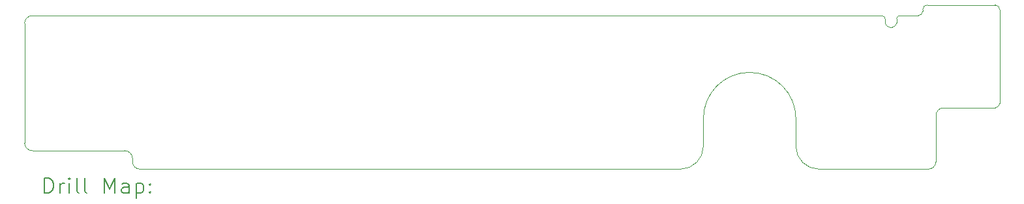
<source format=gbr>
%TF.GenerationSoftware,KiCad,Pcbnew,8.0.3*%
%TF.CreationDate,2024-08-28T21:52:25+01:00*%
%TF.ProjectId,Seeed,53656565-642e-46b6-9963-61645f706362,rev?*%
%TF.SameCoordinates,Original*%
%TF.FileFunction,Drillmap*%
%TF.FilePolarity,Positive*%
%FSLAX45Y45*%
G04 Gerber Fmt 4.5, Leading zero omitted, Abs format (unit mm)*
G04 Created by KiCad (PCBNEW 8.0.3) date 2024-08-28 21:52:25*
%MOMM*%
%LPD*%
G01*
G04 APERTURE LIST*
%ADD10C,0.050000*%
%ADD11C,0.200000*%
G04 APERTURE END LIST*
D10*
X12100000Y-11671300D02*
G75*
G02*
X12000000Y-11571300I0J100000D01*
G01*
X11900000Y-11430000D02*
G75*
G02*
X12000000Y-11530000I0J-100000D01*
G01*
X12000000Y-11571300D02*
X12000000Y-11530000D01*
X19412000Y-11371300D02*
G75*
G02*
X19112000Y-11671300I-300000J0D01*
G01*
X20912000Y-11671300D02*
G75*
G02*
X20612000Y-11371300I0J300000D01*
G01*
X22431000Y-11571300D02*
G75*
G02*
X22331000Y-11671300I-100000J0D01*
G01*
X22431000Y-10972000D02*
G75*
G02*
X22531000Y-10872000I100000J0D01*
G01*
X20012000Y-10410000D02*
G75*
G02*
X20612000Y-11010000I0J-600000D01*
G01*
X19412000Y-11010000D02*
G75*
G02*
X20012000Y-10410000I600000J0D01*
G01*
X22331000Y-11671300D02*
X20912000Y-11671300D01*
X22431000Y-10972000D02*
X22431000Y-11571300D01*
X20612000Y-11010000D02*
X20612000Y-11371300D01*
X19412000Y-11010000D02*
X19412000Y-11371300D01*
X22258780Y-9591300D02*
G75*
G02*
X22318780Y-9531300I60000J0D01*
G01*
X21961043Y-9671043D02*
X22198780Y-9671300D01*
X12100000Y-11671300D02*
X19112000Y-11671300D01*
X23198780Y-10872000D02*
X22531000Y-10872000D01*
X10600000Y-11330000D02*
X10600000Y-9771300D01*
X21831000Y-9821000D02*
X21861000Y-9821000D01*
X17880000Y-9671300D02*
X21730997Y-9671003D01*
X10600000Y-9771300D02*
G75*
G02*
X10700000Y-9671300I100000J0D01*
G01*
X21921000Y-9761000D02*
G75*
G02*
X21861000Y-9821000I-60000J0D01*
G01*
X21831000Y-9821000D02*
G75*
G02*
X21771000Y-9761000I0J60000D01*
G01*
X22258780Y-9611300D02*
X22258780Y-9591300D01*
X21921000Y-9761000D02*
X21921000Y-9711043D01*
X23258780Y-9591300D02*
X23258780Y-10812000D01*
X21921000Y-9711043D02*
G75*
G02*
X21961043Y-9671040I40000J3D01*
G01*
X23198780Y-9531300D02*
G75*
G02*
X23258780Y-9591300I0J-60000D01*
G01*
X10700000Y-11430000D02*
G75*
G02*
X10600000Y-11330000I0J100000D01*
G01*
X21730997Y-9671003D02*
G75*
G02*
X21770997Y-9711003I3J-39997D01*
G01*
X22258780Y-9611300D02*
G75*
G02*
X22198780Y-9671300I-60000J0D01*
G01*
X11900000Y-11430000D02*
X10700000Y-11430000D01*
X22318780Y-9531300D02*
X23198780Y-9531300D01*
X21771000Y-9711003D02*
X21771000Y-9761000D01*
X10700000Y-9671300D02*
X17880000Y-9671300D01*
X23258780Y-10812000D02*
G75*
G02*
X23198780Y-10872000I-60000J0D01*
G01*
D11*
X10858277Y-11985284D02*
X10858277Y-11785284D01*
X10858277Y-11785284D02*
X10905896Y-11785284D01*
X10905896Y-11785284D02*
X10934467Y-11794808D01*
X10934467Y-11794808D02*
X10953515Y-11813855D01*
X10953515Y-11813855D02*
X10963039Y-11832903D01*
X10963039Y-11832903D02*
X10972563Y-11870998D01*
X10972563Y-11870998D02*
X10972563Y-11899569D01*
X10972563Y-11899569D02*
X10963039Y-11937665D01*
X10963039Y-11937665D02*
X10953515Y-11956712D01*
X10953515Y-11956712D02*
X10934467Y-11975760D01*
X10934467Y-11975760D02*
X10905896Y-11985284D01*
X10905896Y-11985284D02*
X10858277Y-11985284D01*
X11058277Y-11985284D02*
X11058277Y-11851950D01*
X11058277Y-11890046D02*
X11067801Y-11870998D01*
X11067801Y-11870998D02*
X11077324Y-11861474D01*
X11077324Y-11861474D02*
X11096372Y-11851950D01*
X11096372Y-11851950D02*
X11115420Y-11851950D01*
X11182086Y-11985284D02*
X11182086Y-11851950D01*
X11182086Y-11785284D02*
X11172563Y-11794808D01*
X11172563Y-11794808D02*
X11182086Y-11804331D01*
X11182086Y-11804331D02*
X11191610Y-11794808D01*
X11191610Y-11794808D02*
X11182086Y-11785284D01*
X11182086Y-11785284D02*
X11182086Y-11804331D01*
X11305896Y-11985284D02*
X11286848Y-11975760D01*
X11286848Y-11975760D02*
X11277324Y-11956712D01*
X11277324Y-11956712D02*
X11277324Y-11785284D01*
X11410658Y-11985284D02*
X11391610Y-11975760D01*
X11391610Y-11975760D02*
X11382086Y-11956712D01*
X11382086Y-11956712D02*
X11382086Y-11785284D01*
X11639229Y-11985284D02*
X11639229Y-11785284D01*
X11639229Y-11785284D02*
X11705896Y-11928141D01*
X11705896Y-11928141D02*
X11772562Y-11785284D01*
X11772562Y-11785284D02*
X11772562Y-11985284D01*
X11953515Y-11985284D02*
X11953515Y-11880522D01*
X11953515Y-11880522D02*
X11943991Y-11861474D01*
X11943991Y-11861474D02*
X11924943Y-11851950D01*
X11924943Y-11851950D02*
X11886848Y-11851950D01*
X11886848Y-11851950D02*
X11867801Y-11861474D01*
X11953515Y-11975760D02*
X11934467Y-11985284D01*
X11934467Y-11985284D02*
X11886848Y-11985284D01*
X11886848Y-11985284D02*
X11867801Y-11975760D01*
X11867801Y-11975760D02*
X11858277Y-11956712D01*
X11858277Y-11956712D02*
X11858277Y-11937665D01*
X11858277Y-11937665D02*
X11867801Y-11918617D01*
X11867801Y-11918617D02*
X11886848Y-11909093D01*
X11886848Y-11909093D02*
X11934467Y-11909093D01*
X11934467Y-11909093D02*
X11953515Y-11899569D01*
X12048753Y-11851950D02*
X12048753Y-12051950D01*
X12048753Y-11861474D02*
X12067801Y-11851950D01*
X12067801Y-11851950D02*
X12105896Y-11851950D01*
X12105896Y-11851950D02*
X12124943Y-11861474D01*
X12124943Y-11861474D02*
X12134467Y-11870998D01*
X12134467Y-11870998D02*
X12143991Y-11890046D01*
X12143991Y-11890046D02*
X12143991Y-11947188D01*
X12143991Y-11947188D02*
X12134467Y-11966236D01*
X12134467Y-11966236D02*
X12124943Y-11975760D01*
X12124943Y-11975760D02*
X12105896Y-11985284D01*
X12105896Y-11985284D02*
X12067801Y-11985284D01*
X12067801Y-11985284D02*
X12048753Y-11975760D01*
X12229705Y-11966236D02*
X12239229Y-11975760D01*
X12239229Y-11975760D02*
X12229705Y-11985284D01*
X12229705Y-11985284D02*
X12220182Y-11975760D01*
X12220182Y-11975760D02*
X12229705Y-11966236D01*
X12229705Y-11966236D02*
X12229705Y-11985284D01*
X12229705Y-11861474D02*
X12239229Y-11870998D01*
X12239229Y-11870998D02*
X12229705Y-11880522D01*
X12229705Y-11880522D02*
X12220182Y-11870998D01*
X12220182Y-11870998D02*
X12229705Y-11861474D01*
X12229705Y-11861474D02*
X12229705Y-11880522D01*
M02*

</source>
